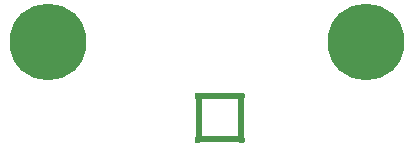
<source format=gbr>
%TF.GenerationSoftware,KiCad,Pcbnew,(5.1.6)-1*%
%TF.CreationDate,2020-10-09T22:51:26+02:00*%
%TF.ProjectId,PCB_Sensor_Array,5043425f-5365-46e7-936f-725f41727261,rev?*%
%TF.SameCoordinates,Original*%
%TF.FileFunction,Soldermask,Bot*%
%TF.FilePolarity,Negative*%
%FSLAX46Y46*%
G04 Gerber Fmt 4.6, Leading zero omitted, Abs format (unit mm)*
G04 Created by KiCad (PCBNEW (5.1.6)-1) date 2020-10-09 22:51:26*
%MOMM*%
%LPD*%
G01*
G04 APERTURE LIST*
%ADD10C,0.900000*%
%ADD11C,6.500000*%
%ADD12C,0.600000*%
%ADD13R,4.100000X0.510000*%
%ADD14R,0.510000X4.100000*%
G04 APERTURE END LIST*
D10*
%TO.C,H2*%
X114727056Y-62818944D03*
X113030000Y-62116000D03*
X111332944Y-62818944D03*
X110630000Y-64516000D03*
X111332944Y-66213056D03*
X113030000Y-66916000D03*
X114727056Y-66213056D03*
X115430000Y-64516000D03*
D11*
X113030000Y-64516000D03*
%TD*%
D10*
%TO.C,H1*%
X87803056Y-62818944D03*
X86106000Y-62116000D03*
X84408944Y-62818944D03*
X83706000Y-64516000D03*
X84408944Y-66213056D03*
X86106000Y-66916000D03*
X87803056Y-66213056D03*
X88506000Y-64516000D03*
D11*
X86106000Y-64516000D03*
%TD*%
D12*
%TO.C,U1*%
X98764000Y-69056000D03*
X98774000Y-72806000D03*
X102544000Y-72786000D03*
X102484000Y-69066000D03*
D13*
X100644000Y-72726000D03*
X100644000Y-69116000D03*
D14*
X102444000Y-70916000D03*
X98844000Y-70926000D03*
%TD*%
M02*

</source>
